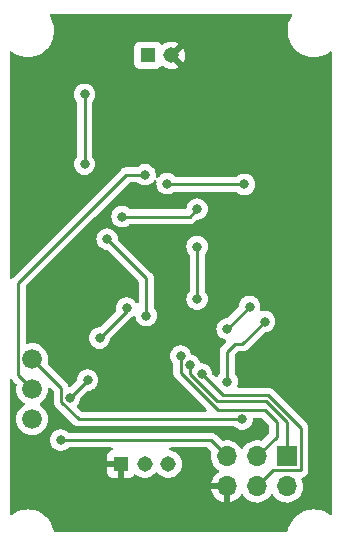
<source format=gbl>
G04 #@! TF.GenerationSoftware,KiCad,Pcbnew,(6.0.2)*
G04 #@! TF.CreationDate,2022-09-22T18:34:12-04:00*
G04 #@! TF.ProjectId,Control Board,436f6e74-726f-46c2-9042-6f6172642e6b,rev?*
G04 #@! TF.SameCoordinates,Original*
G04 #@! TF.FileFunction,Copper,L2,Bot*
G04 #@! TF.FilePolarity,Positive*
%FSLAX46Y46*%
G04 Gerber Fmt 4.6, Leading zero omitted, Abs format (unit mm)*
G04 Created by KiCad (PCBNEW (6.0.2)) date 2022-09-22 18:34:12*
%MOMM*%
%LPD*%
G01*
G04 APERTURE LIST*
G04 #@! TA.AperFunction,ComponentPad*
%ADD10C,1.308000*%
G04 #@! TD*
G04 #@! TA.AperFunction,ComponentPad*
%ADD11R,1.308000X1.308000*%
G04 #@! TD*
G04 #@! TA.AperFunction,ComponentPad*
%ADD12R,1.700000X1.700000*%
G04 #@! TD*
G04 #@! TA.AperFunction,ComponentPad*
%ADD13O,1.700000X1.700000*%
G04 #@! TD*
G04 #@! TA.AperFunction,ComponentPad*
%ADD14C,1.676400*%
G04 #@! TD*
G04 #@! TA.AperFunction,ViaPad*
%ADD15C,0.800000*%
G04 #@! TD*
G04 #@! TA.AperFunction,Conductor*
%ADD16C,0.250000*%
G04 #@! TD*
G04 APERTURE END LIST*
D10*
X134350000Y-84782500D03*
D11*
X132350000Y-84782500D03*
D12*
X144130000Y-118740000D03*
D13*
X144130000Y-121280000D03*
X141590000Y-118740000D03*
X141590000Y-121280000D03*
X139050000Y-118740000D03*
X139050000Y-121280000D03*
D14*
X122555000Y-110490000D03*
X122555000Y-113030000D03*
X122555000Y-115570000D03*
D11*
X130080000Y-119380000D03*
D10*
X132080000Y-119380000D03*
X134080000Y-119380000D03*
D15*
X130175000Y-81915000D03*
X133350000Y-81915000D03*
X136525000Y-100965000D03*
X136525000Y-105410000D03*
X140970000Y-106045000D03*
X139065000Y-107950000D03*
X142240000Y-107315000D03*
X132216520Y-106807906D03*
X128905000Y-100330000D03*
X136525480Y-97789520D03*
X130175000Y-98425000D03*
X127000000Y-93980000D03*
X132106514Y-94879986D03*
X122555000Y-88265000D03*
X133350000Y-113030000D03*
X123952000Y-90678000D03*
X132080000Y-114300000D03*
X130810000Y-113030000D03*
X132080000Y-111760000D03*
X140335000Y-103505000D03*
X140335000Y-100965000D03*
X142875000Y-102235000D03*
X140518750Y-95701250D03*
X139065000Y-112395000D03*
X133988465Y-95631000D03*
X127000000Y-88077978D03*
X135890000Y-110998000D03*
X140335000Y-115570000D03*
X135128000Y-110236000D03*
X136906000Y-111760000D03*
X124968000Y-117348000D03*
X127254000Y-112268000D03*
X125730000Y-113792000D03*
X130556000Y-106172000D03*
X128270000Y-108712000D03*
D16*
X145304511Y-116348511D02*
X145304511Y-119914511D01*
X145304511Y-119914511D02*
X142955489Y-119914511D01*
X142494000Y-113538000D02*
X145304511Y-116348511D01*
X142955489Y-119914511D02*
X141590000Y-121280000D01*
X136906000Y-111760000D02*
X138684000Y-113538000D01*
X138684000Y-113538000D02*
X142494000Y-113538000D01*
X121392289Y-111867289D02*
X122555000Y-113030000D01*
X132106514Y-94879986D02*
X130545014Y-94879986D01*
X130545014Y-94879986D02*
X121392289Y-104032711D01*
X121392289Y-104032711D02*
X121392289Y-111867289D01*
X126483386Y-115570000D02*
X140335000Y-115570000D01*
X125005489Y-114092103D02*
X126483386Y-115570000D01*
X125005489Y-112940489D02*
X125005489Y-114092103D01*
X122555000Y-110490000D02*
X125005489Y-112940489D01*
X136525000Y-105410000D02*
X136525000Y-100965000D01*
X139065000Y-107950000D02*
X140970000Y-106045000D01*
X142240000Y-107315000D02*
X140335000Y-109220000D01*
X140335000Y-109220000D02*
X139700000Y-109220000D01*
X128905000Y-100330000D02*
X132216520Y-103641520D01*
X132216520Y-103641520D02*
X132216520Y-106807906D01*
X135890000Y-98425000D02*
X136525480Y-97789520D01*
X130175000Y-98425000D02*
X135890000Y-98425000D01*
X133988465Y-95631000D02*
X134058715Y-95701250D01*
X134058715Y-95701250D02*
X140518750Y-95701250D01*
X139065000Y-109855000D02*
X139065000Y-112395000D01*
X139700000Y-109220000D02*
X139065000Y-109855000D01*
X127000000Y-88077978D02*
X127000000Y-93980000D01*
X144130000Y-115809718D02*
X144130000Y-118740000D01*
X135890000Y-110998000D02*
X135890000Y-111768614D01*
X135890000Y-111768614D02*
X138167386Y-114046000D01*
X138167386Y-114046000D02*
X142366282Y-114046000D01*
X142366282Y-114046000D02*
X144130000Y-115809718D01*
X135128000Y-110236000D02*
X135128000Y-111642332D01*
X138331157Y-114845489D02*
X142277489Y-114845489D01*
X143256000Y-115824000D02*
X143256000Y-117074000D01*
X135128000Y-111642332D02*
X138331157Y-114845489D01*
X142277489Y-114845489D02*
X143256000Y-115824000D01*
X143256000Y-117074000D02*
X141590000Y-118740000D01*
X127254000Y-112268000D02*
X125730000Y-113792000D01*
X124968000Y-117348000D02*
X137658000Y-117348000D01*
X137658000Y-117348000D02*
X139050000Y-118740000D01*
X130556000Y-106426000D02*
X130556000Y-106172000D01*
X128270000Y-108712000D02*
X130556000Y-106426000D01*
G04 #@! TA.AperFunction,Conductor*
G36*
X144530348Y-81300002D02*
G01*
X144576841Y-81353658D01*
X144586945Y-81423932D01*
X144566992Y-81476001D01*
X144481713Y-81603631D01*
X144479889Y-81607330D01*
X144479886Y-81607335D01*
X144355519Y-81859527D01*
X144353697Y-81863222D01*
X144352374Y-81867120D01*
X144352373Y-81867122D01*
X144337005Y-81912396D01*
X144260659Y-82137301D01*
X144259855Y-82141345D01*
X144259853Y-82141351D01*
X144231712Y-82282825D01*
X144204192Y-82421180D01*
X144187307Y-82678797D01*
X144185262Y-82710000D01*
X144204192Y-82998820D01*
X144204996Y-83002860D01*
X144204996Y-83002863D01*
X144243181Y-83194830D01*
X144260659Y-83282699D01*
X144261985Y-83286605D01*
X144261986Y-83286609D01*
X144295439Y-83385156D01*
X144353697Y-83556778D01*
X144355518Y-83560471D01*
X144355519Y-83560473D01*
X144470397Y-83793422D01*
X144481713Y-83816369D01*
X144642517Y-84057030D01*
X144645231Y-84060124D01*
X144645235Y-84060130D01*
X144830649Y-84271553D01*
X144833358Y-84274642D01*
X144836447Y-84277351D01*
X145047870Y-84462765D01*
X145047876Y-84462769D01*
X145050970Y-84465483D01*
X145291631Y-84626287D01*
X145295330Y-84628111D01*
X145295335Y-84628114D01*
X145547527Y-84752481D01*
X145551222Y-84754303D01*
X145555120Y-84755626D01*
X145555122Y-84755627D01*
X145821391Y-84846014D01*
X145821395Y-84846015D01*
X145825301Y-84847341D01*
X145829345Y-84848145D01*
X145829351Y-84848147D01*
X146105137Y-84903004D01*
X146105140Y-84903004D01*
X146109180Y-84903808D01*
X146113291Y-84904077D01*
X146113295Y-84904078D01*
X146393881Y-84922468D01*
X146398000Y-84922738D01*
X146402119Y-84922468D01*
X146682705Y-84904078D01*
X146682709Y-84904077D01*
X146686820Y-84903808D01*
X146690860Y-84903004D01*
X146690863Y-84903004D01*
X146966649Y-84848147D01*
X146966655Y-84848145D01*
X146970699Y-84847341D01*
X146974605Y-84846015D01*
X146974609Y-84846014D01*
X147240878Y-84755627D01*
X147240880Y-84755626D01*
X147244778Y-84754303D01*
X147248473Y-84752481D01*
X147500665Y-84628114D01*
X147500670Y-84628111D01*
X147504369Y-84626287D01*
X147745030Y-84465483D01*
X147748131Y-84462763D01*
X147751407Y-84460250D01*
X147752483Y-84461652D01*
X147810347Y-84434821D01*
X147880679Y-84444519D01*
X147934602Y-84490700D01*
X147955000Y-84559433D01*
X147955000Y-123593567D01*
X147934998Y-123661688D01*
X147881342Y-123708181D01*
X147811068Y-123718285D01*
X147752496Y-123691331D01*
X147751407Y-123692750D01*
X147748129Y-123690235D01*
X147745030Y-123687517D01*
X147504369Y-123526713D01*
X147500670Y-123524889D01*
X147500665Y-123524886D01*
X147248473Y-123400519D01*
X147248471Y-123400518D01*
X147244778Y-123398697D01*
X147240878Y-123397373D01*
X146974609Y-123306986D01*
X146974605Y-123306985D01*
X146970699Y-123305659D01*
X146966655Y-123304855D01*
X146966649Y-123304853D01*
X146690863Y-123249996D01*
X146690860Y-123249996D01*
X146686820Y-123249192D01*
X146682709Y-123248923D01*
X146682705Y-123248922D01*
X146402119Y-123230532D01*
X146398000Y-123230262D01*
X146393881Y-123230532D01*
X146113295Y-123248922D01*
X146113291Y-123248923D01*
X146109180Y-123249192D01*
X146105140Y-123249996D01*
X146105137Y-123249996D01*
X145829351Y-123304853D01*
X145829345Y-123304855D01*
X145825301Y-123305659D01*
X145821395Y-123306985D01*
X145821391Y-123306986D01*
X145555122Y-123397373D01*
X145551222Y-123398697D01*
X145547529Y-123400518D01*
X145547527Y-123400519D01*
X145295335Y-123524886D01*
X145295330Y-123524889D01*
X145291631Y-123526713D01*
X145050970Y-123687517D01*
X145047876Y-123690231D01*
X145047870Y-123690235D01*
X144836447Y-123875649D01*
X144833358Y-123878358D01*
X144830649Y-123881447D01*
X144645235Y-124092870D01*
X144645231Y-124092876D01*
X144642517Y-124095970D01*
X144481713Y-124336631D01*
X144479889Y-124340330D01*
X144479886Y-124340335D01*
X144355519Y-124592527D01*
X144353697Y-124596222D01*
X144352374Y-124600120D01*
X144352373Y-124600122D01*
X144337005Y-124645396D01*
X144260659Y-124870301D01*
X144259855Y-124874345D01*
X144259853Y-124874351D01*
X144236137Y-124993581D01*
X144203229Y-125056491D01*
X144141534Y-125091623D01*
X144112558Y-125095000D01*
X124492442Y-125095000D01*
X124424321Y-125074998D01*
X124377828Y-125021342D01*
X124368863Y-124993581D01*
X124345147Y-124874351D01*
X124345145Y-124874345D01*
X124344341Y-124870301D01*
X124267996Y-124645396D01*
X124252627Y-124600122D01*
X124252626Y-124600120D01*
X124251303Y-124596222D01*
X124249481Y-124592527D01*
X124125114Y-124340335D01*
X124125111Y-124340330D01*
X124123287Y-124336631D01*
X123962483Y-124095970D01*
X123959769Y-124092876D01*
X123959765Y-124092870D01*
X123774351Y-123881447D01*
X123771642Y-123878358D01*
X123768553Y-123875649D01*
X123557130Y-123690235D01*
X123557124Y-123690231D01*
X123554030Y-123687517D01*
X123313369Y-123526713D01*
X123309670Y-123524889D01*
X123309665Y-123524886D01*
X123057473Y-123400519D01*
X123057471Y-123400518D01*
X123053778Y-123398697D01*
X123049878Y-123397373D01*
X122783609Y-123306986D01*
X122783605Y-123306985D01*
X122779699Y-123305659D01*
X122775655Y-123304855D01*
X122775649Y-123304853D01*
X122499863Y-123249996D01*
X122499860Y-123249996D01*
X122495820Y-123249192D01*
X122491709Y-123248923D01*
X122491705Y-123248922D01*
X122211119Y-123230532D01*
X122207000Y-123230262D01*
X122202881Y-123230532D01*
X121922295Y-123248922D01*
X121922291Y-123248923D01*
X121918180Y-123249192D01*
X121914140Y-123249996D01*
X121914137Y-123249996D01*
X121638351Y-123304853D01*
X121638345Y-123304855D01*
X121634301Y-123305659D01*
X121630395Y-123306985D01*
X121630391Y-123306986D01*
X121364122Y-123397373D01*
X121360222Y-123398697D01*
X121356529Y-123400518D01*
X121356527Y-123400519D01*
X121104335Y-123524886D01*
X121104330Y-123524889D01*
X121100631Y-123526713D01*
X120859970Y-123687517D01*
X120856871Y-123690235D01*
X120853593Y-123692750D01*
X120852517Y-123691348D01*
X120794653Y-123718179D01*
X120724321Y-123708481D01*
X120670398Y-123662300D01*
X120650000Y-123593567D01*
X120650000Y-121547966D01*
X137718257Y-121547966D01*
X137748565Y-121682446D01*
X137751645Y-121692275D01*
X137831770Y-121889603D01*
X137836413Y-121898794D01*
X137947694Y-122080388D01*
X137953777Y-122088699D01*
X138093213Y-122249667D01*
X138100580Y-122256883D01*
X138264434Y-122392916D01*
X138272881Y-122398831D01*
X138456756Y-122506279D01*
X138466042Y-122510729D01*
X138665001Y-122586703D01*
X138674899Y-122589579D01*
X138778250Y-122610606D01*
X138792299Y-122609410D01*
X138796000Y-122599065D01*
X138796000Y-121552115D01*
X138791525Y-121536876D01*
X138790135Y-121535671D01*
X138782452Y-121534000D01*
X137733225Y-121534000D01*
X137719694Y-121537973D01*
X137718257Y-121547966D01*
X120650000Y-121547966D01*
X120650000Y-120078669D01*
X128918001Y-120078669D01*
X128918371Y-120085490D01*
X128923895Y-120136352D01*
X128927521Y-120151604D01*
X128972676Y-120272054D01*
X128981214Y-120287649D01*
X129057715Y-120389724D01*
X129070276Y-120402285D01*
X129172351Y-120478786D01*
X129187946Y-120487324D01*
X129308394Y-120532478D01*
X129323649Y-120536105D01*
X129374514Y-120541631D01*
X129381328Y-120542000D01*
X129807885Y-120542000D01*
X129823124Y-120537525D01*
X129824329Y-120536135D01*
X129826000Y-120528452D01*
X129826000Y-119652115D01*
X129821525Y-119636876D01*
X129820135Y-119635671D01*
X129812452Y-119634000D01*
X128936116Y-119634000D01*
X128920877Y-119638475D01*
X128919672Y-119639865D01*
X128918001Y-119647548D01*
X128918001Y-120078669D01*
X120650000Y-120078669D01*
X120650000Y-112317221D01*
X120670002Y-112249100D01*
X120723658Y-112202607D01*
X120793932Y-112192503D01*
X120858512Y-112221997D01*
X120878443Y-112245880D01*
X120878852Y-112245562D01*
X120883709Y-112251823D01*
X120887747Y-112258651D01*
X120902068Y-112272972D01*
X120914908Y-112288005D01*
X120926817Y-112304396D01*
X120960894Y-112332587D01*
X120969673Y-112340577D01*
X121214658Y-112585562D01*
X121248684Y-112647874D01*
X121247270Y-112707266D01*
X121223694Y-112795255D01*
X121223216Y-112800722D01*
X121223215Y-112800726D01*
X121208333Y-112970826D01*
X121203156Y-113030000D01*
X121223694Y-113264745D01*
X121284682Y-113492358D01*
X121384269Y-113705922D01*
X121519427Y-113898949D01*
X121686051Y-114065573D01*
X121780861Y-114131959D01*
X121873445Y-114196787D01*
X121917774Y-114252244D01*
X121925083Y-114322863D01*
X121893053Y-114386224D01*
X121873445Y-114403213D01*
X121827349Y-114435490D01*
X121686051Y-114534427D01*
X121519427Y-114701051D01*
X121384269Y-114894078D01*
X121381948Y-114899056D01*
X121381946Y-114899059D01*
X121373814Y-114916498D01*
X121284682Y-115107642D01*
X121223694Y-115335255D01*
X121203156Y-115570000D01*
X121223694Y-115804745D01*
X121225118Y-115810059D01*
X121225118Y-115810060D01*
X121265898Y-115962253D01*
X121284682Y-116032358D01*
X121287004Y-116037338D01*
X121287005Y-116037340D01*
X121372016Y-116219645D01*
X121384269Y-116245922D01*
X121519427Y-116438949D01*
X121686051Y-116605573D01*
X121879078Y-116740731D01*
X121884056Y-116743052D01*
X121884059Y-116743054D01*
X122087660Y-116837995D01*
X122092642Y-116840318D01*
X122097950Y-116841740D01*
X122097952Y-116841741D01*
X122314940Y-116899882D01*
X122320255Y-116901306D01*
X122555000Y-116921844D01*
X122789745Y-116901306D01*
X122795060Y-116899882D01*
X123012048Y-116841741D01*
X123012050Y-116841740D01*
X123017358Y-116840318D01*
X123022340Y-116837995D01*
X123225941Y-116743054D01*
X123225944Y-116743052D01*
X123230922Y-116740731D01*
X123423949Y-116605573D01*
X123590573Y-116438949D01*
X123725731Y-116245922D01*
X123737985Y-116219645D01*
X123822995Y-116037340D01*
X123822996Y-116037338D01*
X123825318Y-116032358D01*
X123844103Y-115962253D01*
X123884882Y-115810060D01*
X123884882Y-115810059D01*
X123886306Y-115804745D01*
X123906844Y-115570000D01*
X123886306Y-115335255D01*
X123825318Y-115107642D01*
X123736186Y-114916498D01*
X123728054Y-114899059D01*
X123728052Y-114899056D01*
X123725731Y-114894078D01*
X123590573Y-114701051D01*
X123423949Y-114534427D01*
X123282651Y-114435490D01*
X123236555Y-114403213D01*
X123192226Y-114347756D01*
X123184917Y-114277137D01*
X123216947Y-114213776D01*
X123236555Y-114196787D01*
X123329139Y-114131959D01*
X123423949Y-114065573D01*
X123590573Y-113898949D01*
X123725731Y-113705922D01*
X123825318Y-113492358D01*
X123886306Y-113264745D01*
X123886786Y-113259259D01*
X123886787Y-113259253D01*
X123906807Y-113030440D01*
X123932670Y-112964322D01*
X123990174Y-112922682D01*
X124061061Y-112918742D01*
X124121422Y-112952327D01*
X124335084Y-113165989D01*
X124369110Y-113228301D01*
X124371989Y-113255084D01*
X124371989Y-114013336D01*
X124371462Y-114024519D01*
X124369787Y-114032012D01*
X124370036Y-114039938D01*
X124370036Y-114039939D01*
X124371927Y-114100089D01*
X124371989Y-114104048D01*
X124371989Y-114131959D01*
X124372486Y-114135893D01*
X124372486Y-114135894D01*
X124372494Y-114135959D01*
X124373427Y-114147796D01*
X124374816Y-114191992D01*
X124380467Y-114211442D01*
X124384476Y-114230803D01*
X124387015Y-114250900D01*
X124389934Y-114258271D01*
X124389934Y-114258273D01*
X124403293Y-114292015D01*
X124407138Y-114303245D01*
X124412943Y-114323226D01*
X124419471Y-114345696D01*
X124423504Y-114352515D01*
X124423506Y-114352520D01*
X124429782Y-114363131D01*
X124438477Y-114380879D01*
X124445937Y-114399720D01*
X124450599Y-114406136D01*
X124450599Y-114406137D01*
X124471925Y-114435490D01*
X124478441Y-114445410D01*
X124493496Y-114470866D01*
X124500947Y-114483465D01*
X124515268Y-114497786D01*
X124528108Y-114512819D01*
X124540017Y-114529210D01*
X124574094Y-114557401D01*
X124582873Y-114565391D01*
X125979734Y-115962253D01*
X125987274Y-115970539D01*
X125991386Y-115977018D01*
X125997163Y-115982443D01*
X126041037Y-116023643D01*
X126043879Y-116026398D01*
X126063616Y-116046135D01*
X126066813Y-116048615D01*
X126075833Y-116056318D01*
X126108065Y-116086586D01*
X126115011Y-116090405D01*
X126115014Y-116090407D01*
X126125820Y-116096348D01*
X126142339Y-116107199D01*
X126158345Y-116119614D01*
X126165614Y-116122759D01*
X126165618Y-116122762D01*
X126198923Y-116137174D01*
X126209573Y-116142391D01*
X126248326Y-116163695D01*
X126256001Y-116165666D01*
X126256002Y-116165666D01*
X126267948Y-116168733D01*
X126286653Y-116175137D01*
X126305241Y-116183181D01*
X126313064Y-116184420D01*
X126313074Y-116184423D01*
X126348910Y-116190099D01*
X126360530Y-116192505D01*
X126395675Y-116201528D01*
X126403356Y-116203500D01*
X126423610Y-116203500D01*
X126443320Y-116205051D01*
X126463329Y-116208220D01*
X126471221Y-116207474D01*
X126507347Y-116204059D01*
X126519205Y-116203500D01*
X139626800Y-116203500D01*
X139694921Y-116223502D01*
X139714147Y-116239843D01*
X139714420Y-116239540D01*
X139719332Y-116243963D01*
X139723747Y-116248866D01*
X139878248Y-116361118D01*
X139884276Y-116363802D01*
X139884278Y-116363803D01*
X140042926Y-116434437D01*
X140052712Y-116438794D01*
X140146113Y-116458647D01*
X140233056Y-116477128D01*
X140233061Y-116477128D01*
X140239513Y-116478500D01*
X140430487Y-116478500D01*
X140436939Y-116477128D01*
X140436944Y-116477128D01*
X140523887Y-116458647D01*
X140617288Y-116438794D01*
X140627074Y-116434437D01*
X140785722Y-116363803D01*
X140785724Y-116363802D01*
X140791752Y-116361118D01*
X140946253Y-116248866D01*
X140982851Y-116208220D01*
X141069621Y-116111852D01*
X141069622Y-116111851D01*
X141074040Y-116106944D01*
X141157578Y-115962253D01*
X141166223Y-115947279D01*
X141166224Y-115947278D01*
X141169527Y-115941556D01*
X141228542Y-115759928D01*
X141246211Y-115591818D01*
X141273224Y-115526162D01*
X141331446Y-115485532D01*
X141371521Y-115478989D01*
X141962895Y-115478989D01*
X142031016Y-115498991D01*
X142051990Y-115515894D01*
X142585595Y-116049499D01*
X142619621Y-116111811D01*
X142622500Y-116138594D01*
X142622500Y-116759405D01*
X142602498Y-116827526D01*
X142585595Y-116848501D01*
X142047344Y-117386751D01*
X141985032Y-117420776D01*
X141936153Y-117421702D01*
X141723373Y-117383800D01*
X141723367Y-117383799D01*
X141718284Y-117382894D01*
X141644452Y-117381992D01*
X141500081Y-117380228D01*
X141500079Y-117380228D01*
X141494911Y-117380165D01*
X141274091Y-117413955D01*
X141061756Y-117483357D01*
X140863607Y-117586507D01*
X140859474Y-117589610D01*
X140859471Y-117589612D01*
X140689100Y-117717530D01*
X140684965Y-117720635D01*
X140530629Y-117882138D01*
X140423201Y-118039621D01*
X140368293Y-118084621D01*
X140297768Y-118092792D01*
X140234021Y-118061538D01*
X140213324Y-118037054D01*
X140132822Y-117912617D01*
X140132820Y-117912614D01*
X140130014Y-117908277D01*
X139979670Y-117743051D01*
X139975619Y-117739852D01*
X139975615Y-117739848D01*
X139808414Y-117607800D01*
X139808410Y-117607798D01*
X139804359Y-117604598D01*
X139608789Y-117496638D01*
X139603920Y-117494914D01*
X139603916Y-117494912D01*
X139403087Y-117423795D01*
X139403083Y-117423794D01*
X139398212Y-117422069D01*
X139393119Y-117421162D01*
X139393116Y-117421161D01*
X139183373Y-117383800D01*
X139183367Y-117383799D01*
X139178284Y-117382894D01*
X139104452Y-117381992D01*
X138960081Y-117380228D01*
X138960079Y-117380228D01*
X138954911Y-117380165D01*
X138734091Y-117413955D01*
X138721532Y-117418060D01*
X138650568Y-117420210D01*
X138593294Y-117387389D01*
X138161652Y-116955747D01*
X138154112Y-116947461D01*
X138150000Y-116940982D01*
X138100348Y-116894356D01*
X138097507Y-116891602D01*
X138077770Y-116871865D01*
X138074573Y-116869385D01*
X138065551Y-116861680D01*
X138039100Y-116836841D01*
X138033321Y-116831414D01*
X138026375Y-116827595D01*
X138026372Y-116827593D01*
X138015566Y-116821652D01*
X137999047Y-116810801D01*
X137993048Y-116806148D01*
X137983041Y-116798386D01*
X137975772Y-116795241D01*
X137975768Y-116795238D01*
X137942463Y-116780826D01*
X137931813Y-116775609D01*
X137893060Y-116754305D01*
X137873437Y-116749267D01*
X137854734Y-116742863D01*
X137843420Y-116737967D01*
X137843419Y-116737967D01*
X137836145Y-116734819D01*
X137828322Y-116733580D01*
X137828312Y-116733577D01*
X137792476Y-116727901D01*
X137780856Y-116725495D01*
X137745711Y-116716472D01*
X137745710Y-116716472D01*
X137738030Y-116714500D01*
X137717776Y-116714500D01*
X137698065Y-116712949D01*
X137685886Y-116711020D01*
X137678057Y-116709780D01*
X137670165Y-116710526D01*
X137634039Y-116713941D01*
X137622181Y-116714500D01*
X125676200Y-116714500D01*
X125608079Y-116694498D01*
X125588853Y-116678157D01*
X125588580Y-116678460D01*
X125583668Y-116674037D01*
X125579253Y-116669134D01*
X125424752Y-116556882D01*
X125418724Y-116554198D01*
X125418722Y-116554197D01*
X125256319Y-116481891D01*
X125256318Y-116481891D01*
X125250288Y-116479206D01*
X125156887Y-116459353D01*
X125069944Y-116440872D01*
X125069939Y-116440872D01*
X125063487Y-116439500D01*
X124872513Y-116439500D01*
X124866061Y-116440872D01*
X124866056Y-116440872D01*
X124779113Y-116459353D01*
X124685712Y-116479206D01*
X124679682Y-116481891D01*
X124679681Y-116481891D01*
X124517278Y-116554197D01*
X124517276Y-116554198D01*
X124511248Y-116556882D01*
X124356747Y-116669134D01*
X124352326Y-116674044D01*
X124352325Y-116674045D01*
X124243203Y-116795238D01*
X124228960Y-116811056D01*
X124133473Y-116976444D01*
X124074458Y-117158072D01*
X124054496Y-117348000D01*
X124055186Y-117354565D01*
X124068974Y-117485747D01*
X124074458Y-117537928D01*
X124133473Y-117719556D01*
X124136776Y-117725278D01*
X124136777Y-117725279D01*
X124147038Y-117743051D01*
X124228960Y-117884944D01*
X124233378Y-117889851D01*
X124233379Y-117889852D01*
X124249969Y-117908277D01*
X124356747Y-118026866D01*
X124511248Y-118139118D01*
X124517276Y-118141802D01*
X124517278Y-118141803D01*
X124625558Y-118190012D01*
X124685712Y-118216794D01*
X124755745Y-118231680D01*
X124866056Y-118255128D01*
X124866061Y-118255128D01*
X124872513Y-118256500D01*
X125063487Y-118256500D01*
X125069939Y-118255128D01*
X125069944Y-118255128D01*
X125180255Y-118231680D01*
X125250288Y-118216794D01*
X125310442Y-118190012D01*
X125418722Y-118141803D01*
X125418724Y-118141802D01*
X125424752Y-118139118D01*
X125499761Y-118084621D01*
X125565230Y-118037054D01*
X125579253Y-118026866D01*
X125583668Y-118021963D01*
X125588580Y-118017540D01*
X125589705Y-118018789D01*
X125643014Y-117985949D01*
X125676200Y-117981500D01*
X129269605Y-117981500D01*
X129337726Y-118001502D01*
X129384219Y-118055158D01*
X129394323Y-118125432D01*
X129364829Y-118190012D01*
X129313835Y-118225482D01*
X129187946Y-118272676D01*
X129172351Y-118281214D01*
X129070276Y-118357715D01*
X129057715Y-118370276D01*
X128981214Y-118472351D01*
X128972676Y-118487946D01*
X128927522Y-118608394D01*
X128923895Y-118623649D01*
X128918369Y-118674514D01*
X128918000Y-118681328D01*
X128918000Y-119107885D01*
X128922475Y-119123124D01*
X128923865Y-119124329D01*
X128931548Y-119126000D01*
X130208000Y-119126000D01*
X130276121Y-119146002D01*
X130322614Y-119199658D01*
X130334000Y-119252000D01*
X130334000Y-120523884D01*
X130338475Y-120539123D01*
X130339865Y-120540328D01*
X130347548Y-120541999D01*
X130778669Y-120541999D01*
X130785490Y-120541629D01*
X130836352Y-120536105D01*
X130851604Y-120532479D01*
X130972054Y-120487324D01*
X130987649Y-120478786D01*
X131089724Y-120402285D01*
X131102281Y-120389728D01*
X131163691Y-120307788D01*
X131220551Y-120265273D01*
X131291369Y-120260247D01*
X131342923Y-120285005D01*
X131345281Y-120287302D01*
X131350083Y-120290511D01*
X131350086Y-120290513D01*
X131431587Y-120344970D01*
X131522927Y-120406001D01*
X131528230Y-120408279D01*
X131528233Y-120408281D01*
X131698604Y-120481478D01*
X131719229Y-120490339D01*
X131804478Y-120509629D01*
X131921977Y-120536217D01*
X131921980Y-120536217D01*
X131927613Y-120537492D01*
X131933384Y-120537719D01*
X131933386Y-120537719D01*
X131998363Y-120540272D01*
X132141101Y-120545880D01*
X132250153Y-120530068D01*
X132346829Y-120516051D01*
X132346834Y-120516050D01*
X132352543Y-120515222D01*
X132358007Y-120513367D01*
X132358012Y-120513366D01*
X132549389Y-120448402D01*
X132554857Y-120446546D01*
X132741268Y-120342151D01*
X132905533Y-120205533D01*
X132981251Y-120114493D01*
X133040187Y-120074909D01*
X133111169Y-120073473D01*
X133171660Y-120110640D01*
X133181021Y-120122342D01*
X133186459Y-120130036D01*
X133192241Y-120138218D01*
X133345281Y-120287302D01*
X133350084Y-120290512D01*
X133350085Y-120290512D01*
X133410352Y-120330781D01*
X133522927Y-120406001D01*
X133528230Y-120408279D01*
X133528233Y-120408281D01*
X133698604Y-120481478D01*
X133719229Y-120490339D01*
X133804478Y-120509629D01*
X133921977Y-120536217D01*
X133921980Y-120536217D01*
X133927613Y-120537492D01*
X133933384Y-120537719D01*
X133933386Y-120537719D01*
X133998363Y-120540272D01*
X134141101Y-120545880D01*
X134250153Y-120530068D01*
X134346829Y-120516051D01*
X134346834Y-120516050D01*
X134352543Y-120515222D01*
X134358007Y-120513367D01*
X134358012Y-120513366D01*
X134549389Y-120448402D01*
X134554857Y-120446546D01*
X134741268Y-120342151D01*
X134905533Y-120205533D01*
X134998654Y-120093567D01*
X135038460Y-120045706D01*
X135042151Y-120041268D01*
X135146546Y-119854857D01*
X135175448Y-119769713D01*
X135213366Y-119658012D01*
X135213367Y-119658007D01*
X135215222Y-119652543D01*
X135217061Y-119639865D01*
X135234610Y-119518826D01*
X135245880Y-119441101D01*
X135247480Y-119380000D01*
X135233483Y-119227680D01*
X135228459Y-119172998D01*
X135228458Y-119172995D01*
X135227930Y-119167244D01*
X135169936Y-118961613D01*
X135156698Y-118934767D01*
X135077995Y-118775174D01*
X135075440Y-118769993D01*
X135056139Y-118744145D01*
X134951060Y-118603427D01*
X134951059Y-118603426D01*
X134947607Y-118598803D01*
X134943371Y-118594887D01*
X134794957Y-118457695D01*
X134794954Y-118457693D01*
X134790717Y-118453776D01*
X134610025Y-118339768D01*
X134411582Y-118260597D01*
X134405925Y-118259472D01*
X134405919Y-118259470D01*
X134263183Y-118231079D01*
X134200273Y-118198172D01*
X134165141Y-118136477D01*
X134168941Y-118065582D01*
X134210466Y-118007996D01*
X134276533Y-117982002D01*
X134287764Y-117981500D01*
X137343406Y-117981500D01*
X137411527Y-118001502D01*
X137432501Y-118018405D01*
X137699778Y-118285682D01*
X137733804Y-118347994D01*
X137732100Y-118408448D01*
X137710989Y-118484570D01*
X137687251Y-118706695D01*
X137687548Y-118711848D01*
X137687548Y-118711851D01*
X137691199Y-118775174D01*
X137700110Y-118929715D01*
X137701247Y-118934761D01*
X137701248Y-118934767D01*
X137708551Y-118967172D01*
X137749222Y-119147639D01*
X137833266Y-119354616D01*
X137883991Y-119437392D01*
X137947291Y-119540688D01*
X137949987Y-119545088D01*
X138096250Y-119713938D01*
X138268126Y-119856632D01*
X138273705Y-119859892D01*
X138341955Y-119899774D01*
X138390679Y-119951412D01*
X138403750Y-120021195D01*
X138377019Y-120086967D01*
X138336562Y-120120327D01*
X138328457Y-120124546D01*
X138319738Y-120130036D01*
X138149433Y-120257905D01*
X138141726Y-120264748D01*
X137994590Y-120418717D01*
X137988104Y-120426727D01*
X137868098Y-120602649D01*
X137863000Y-120611623D01*
X137773338Y-120804783D01*
X137769775Y-120814470D01*
X137714389Y-121014183D01*
X137715912Y-121022607D01*
X137728292Y-121026000D01*
X139178000Y-121026000D01*
X139246121Y-121046002D01*
X139292614Y-121099658D01*
X139304000Y-121152000D01*
X139304000Y-122598517D01*
X139308064Y-122612359D01*
X139321478Y-122614393D01*
X139328184Y-122613534D01*
X139338262Y-122611392D01*
X139542255Y-122550191D01*
X139551842Y-122546433D01*
X139743095Y-122452739D01*
X139751945Y-122447464D01*
X139925328Y-122323792D01*
X139933200Y-122317139D01*
X140084052Y-122166812D01*
X140090730Y-122158965D01*
X140218022Y-121981819D01*
X140219279Y-121982722D01*
X140266373Y-121939362D01*
X140336311Y-121927145D01*
X140401751Y-121954678D01*
X140429579Y-121986511D01*
X140489987Y-122085088D01*
X140636250Y-122253938D01*
X140808126Y-122396632D01*
X141001000Y-122509338D01*
X141209692Y-122589030D01*
X141214760Y-122590061D01*
X141214763Y-122590062D01*
X141309862Y-122609410D01*
X141428597Y-122633567D01*
X141433772Y-122633757D01*
X141433774Y-122633757D01*
X141646673Y-122641564D01*
X141646677Y-122641564D01*
X141651837Y-122641753D01*
X141656957Y-122641097D01*
X141656959Y-122641097D01*
X141868288Y-122614025D01*
X141868289Y-122614025D01*
X141873416Y-122613368D01*
X141878366Y-122611883D01*
X142082429Y-122550661D01*
X142082434Y-122550659D01*
X142087384Y-122549174D01*
X142287994Y-122450896D01*
X142469860Y-122321173D01*
X142628096Y-122163489D01*
X142758453Y-121982077D01*
X142759776Y-121983028D01*
X142806645Y-121939857D01*
X142876580Y-121927625D01*
X142942026Y-121955144D01*
X142969875Y-121986994D01*
X143029987Y-122085088D01*
X143176250Y-122253938D01*
X143348126Y-122396632D01*
X143541000Y-122509338D01*
X143749692Y-122589030D01*
X143754760Y-122590061D01*
X143754763Y-122590062D01*
X143849862Y-122609410D01*
X143968597Y-122633567D01*
X143973772Y-122633757D01*
X143973774Y-122633757D01*
X144186673Y-122641564D01*
X144186677Y-122641564D01*
X144191837Y-122641753D01*
X144196957Y-122641097D01*
X144196959Y-122641097D01*
X144408288Y-122614025D01*
X144408289Y-122614025D01*
X144413416Y-122613368D01*
X144418366Y-122611883D01*
X144622429Y-122550661D01*
X144622434Y-122550659D01*
X144627384Y-122549174D01*
X144827994Y-122450896D01*
X145009860Y-122321173D01*
X145168096Y-122163489D01*
X145298453Y-121982077D01*
X145311995Y-121954678D01*
X145395136Y-121786453D01*
X145395137Y-121786451D01*
X145397430Y-121781811D01*
X145462370Y-121568069D01*
X145491529Y-121346590D01*
X145493156Y-121280000D01*
X145474852Y-121057361D01*
X145420431Y-120840702D01*
X145362869Y-120708319D01*
X145354049Y-120637873D01*
X145384716Y-120573841D01*
X145445133Y-120536553D01*
X145447787Y-120536025D01*
X145447768Y-120535950D01*
X145455448Y-120533978D01*
X145463308Y-120532985D01*
X145470673Y-120530069D01*
X145470677Y-120530068D01*
X145515522Y-120512312D01*
X145522941Y-120509640D01*
X145576386Y-120492275D01*
X145583083Y-120488025D01*
X145583342Y-120487861D01*
X145604469Y-120477096D01*
X145604757Y-120476982D01*
X145604762Y-120476979D01*
X145612128Y-120474063D01*
X145618536Y-120469407D01*
X145618542Y-120469404D01*
X145657563Y-120441053D01*
X145664100Y-120436610D01*
X145711529Y-120406511D01*
X145717170Y-120400504D01*
X145734957Y-120384823D01*
X145735202Y-120384645D01*
X145735204Y-120384643D01*
X145741618Y-120379983D01*
X145746673Y-120373873D01*
X145777414Y-120336715D01*
X145782645Y-120330781D01*
X145815669Y-120295613D01*
X145815671Y-120295610D01*
X145821097Y-120289832D01*
X145825069Y-120282608D01*
X145838392Y-120263005D01*
X145838591Y-120262765D01*
X145838595Y-120262758D01*
X145843644Y-120256655D01*
X145867558Y-120205835D01*
X145871140Y-120198803D01*
X145898206Y-120149571D01*
X145900176Y-120141896D01*
X145900179Y-120141890D01*
X145900255Y-120141592D01*
X145908287Y-120119283D01*
X145908417Y-120119008D01*
X145908420Y-120119000D01*
X145911794Y-120111829D01*
X145922317Y-120056662D01*
X145924043Y-120048940D01*
X145924874Y-120045706D01*
X145938011Y-119994541D01*
X145938011Y-119986304D01*
X145940243Y-119962695D01*
X145940301Y-119962392D01*
X145940301Y-119962388D01*
X145941786Y-119954605D01*
X145938260Y-119898560D01*
X145938011Y-119890649D01*
X145938011Y-116427279D01*
X145938538Y-116416096D01*
X145940213Y-116408603D01*
X145938073Y-116340512D01*
X145938011Y-116336555D01*
X145938011Y-116308655D01*
X145937507Y-116304664D01*
X145936574Y-116292822D01*
X145935434Y-116256547D01*
X145935185Y-116248622D01*
X145932973Y-116241008D01*
X145932972Y-116241003D01*
X145929534Y-116229170D01*
X145925523Y-116209806D01*
X145925229Y-116207474D01*
X145922985Y-116189714D01*
X145920068Y-116182347D01*
X145920067Y-116182342D01*
X145906709Y-116148603D01*
X145902865Y-116137376D01*
X145892741Y-116102533D01*
X145890529Y-116094918D01*
X145880218Y-116077483D01*
X145871523Y-116059735D01*
X145864063Y-116040894D01*
X145854004Y-116027048D01*
X145838075Y-116005124D01*
X145831559Y-115995204D01*
X145813091Y-115963976D01*
X145813089Y-115963973D01*
X145809053Y-115957149D01*
X145794732Y-115942828D01*
X145781891Y-115927794D01*
X145774642Y-115917817D01*
X145769983Y-115911404D01*
X145735906Y-115883213D01*
X145727127Y-115875223D01*
X142997652Y-113145747D01*
X142990112Y-113137461D01*
X142986000Y-113130982D01*
X142936348Y-113084356D01*
X142933507Y-113081602D01*
X142913770Y-113061865D01*
X142910573Y-113059385D01*
X142901551Y-113051680D01*
X142869321Y-113021414D01*
X142862375Y-113017595D01*
X142862372Y-113017593D01*
X142851566Y-113011652D01*
X142835047Y-113000801D01*
X142834583Y-113000441D01*
X142819041Y-112988386D01*
X142811772Y-112985241D01*
X142811768Y-112985238D01*
X142778463Y-112970826D01*
X142767813Y-112965609D01*
X142729060Y-112944305D01*
X142719908Y-112941955D01*
X142709438Y-112939267D01*
X142690734Y-112932863D01*
X142679420Y-112927967D01*
X142679419Y-112927967D01*
X142672145Y-112924819D01*
X142664322Y-112923580D01*
X142664312Y-112923577D01*
X142628476Y-112917901D01*
X142616856Y-112915495D01*
X142581711Y-112906472D01*
X142581710Y-112906472D01*
X142574030Y-112904500D01*
X142553776Y-112904500D01*
X142534065Y-112902949D01*
X142521886Y-112901020D01*
X142514057Y-112899780D01*
X142506165Y-112900526D01*
X142470039Y-112903941D01*
X142458181Y-112904500D01*
X140028130Y-112904500D01*
X139960009Y-112884498D01*
X139913516Y-112830842D01*
X139903412Y-112760568D01*
X139908295Y-112739570D01*
X139958542Y-112584928D01*
X139970916Y-112467201D01*
X139977814Y-112401565D01*
X139978504Y-112395000D01*
X139965846Y-112274565D01*
X139959232Y-112211635D01*
X139959232Y-112211633D01*
X139958542Y-112205072D01*
X139899527Y-112023444D01*
X139804040Y-111858056D01*
X139730863Y-111776785D01*
X139700147Y-111712779D01*
X139698500Y-111692476D01*
X139698500Y-110169594D01*
X139718502Y-110101473D01*
X139735405Y-110080499D01*
X139925499Y-109890405D01*
X139987811Y-109856379D01*
X140014594Y-109853500D01*
X140256233Y-109853500D01*
X140267416Y-109854027D01*
X140274909Y-109855702D01*
X140282835Y-109855453D01*
X140282836Y-109855453D01*
X140342986Y-109853562D01*
X140346945Y-109853500D01*
X140374856Y-109853500D01*
X140378791Y-109853003D01*
X140378856Y-109852995D01*
X140390693Y-109852062D01*
X140422951Y-109851048D01*
X140426970Y-109850922D01*
X140434889Y-109850673D01*
X140454343Y-109845021D01*
X140473700Y-109841013D01*
X140485930Y-109839468D01*
X140485931Y-109839468D01*
X140493797Y-109838474D01*
X140501168Y-109835555D01*
X140501170Y-109835555D01*
X140534912Y-109822196D01*
X140546142Y-109818351D01*
X140580983Y-109808229D01*
X140580984Y-109808229D01*
X140588593Y-109806018D01*
X140595412Y-109801985D01*
X140595417Y-109801983D01*
X140606028Y-109795707D01*
X140623776Y-109787012D01*
X140642617Y-109779552D01*
X140678387Y-109753564D01*
X140688307Y-109747048D01*
X140719535Y-109728580D01*
X140719538Y-109728578D01*
X140726362Y-109724542D01*
X140740683Y-109710221D01*
X140755717Y-109697380D01*
X140772107Y-109685472D01*
X140800298Y-109651395D01*
X140808288Y-109642616D01*
X142190500Y-108260405D01*
X142252812Y-108226379D01*
X142279595Y-108223500D01*
X142335487Y-108223500D01*
X142341939Y-108222128D01*
X142341944Y-108222128D01*
X142428888Y-108203647D01*
X142522288Y-108183794D01*
X142552938Y-108170148D01*
X142690722Y-108108803D01*
X142690724Y-108108802D01*
X142696752Y-108106118D01*
X142851253Y-107993866D01*
X142979040Y-107851944D01*
X143074527Y-107686556D01*
X143133542Y-107504928D01*
X143135967Y-107481861D01*
X143152814Y-107321565D01*
X143153504Y-107315000D01*
X143138598Y-107173177D01*
X143134232Y-107131635D01*
X143134232Y-107131633D01*
X143133542Y-107125072D01*
X143074527Y-106943444D01*
X142979040Y-106778056D01*
X142851253Y-106636134D01*
X142696752Y-106523882D01*
X142690724Y-106521198D01*
X142690722Y-106521197D01*
X142528319Y-106448891D01*
X142528318Y-106448891D01*
X142522288Y-106446206D01*
X142428887Y-106426353D01*
X142341944Y-106407872D01*
X142341939Y-106407872D01*
X142335487Y-106406500D01*
X142144513Y-106406500D01*
X142138061Y-106407872D01*
X142138056Y-106407872D01*
X141996284Y-106438007D01*
X141925493Y-106432605D01*
X141868861Y-106389788D01*
X141844367Y-106323150D01*
X141850254Y-106275824D01*
X141861502Y-106241206D01*
X141863542Y-106234928D01*
X141866814Y-106203803D01*
X141882814Y-106051565D01*
X141883504Y-106045000D01*
X141863542Y-105855072D01*
X141804527Y-105673444D01*
X141709040Y-105508056D01*
X141581253Y-105366134D01*
X141482157Y-105294136D01*
X141432094Y-105257763D01*
X141432093Y-105257762D01*
X141426752Y-105253882D01*
X141420724Y-105251198D01*
X141420722Y-105251197D01*
X141258319Y-105178891D01*
X141258318Y-105178891D01*
X141252288Y-105176206D01*
X141158887Y-105156353D01*
X141071944Y-105137872D01*
X141071939Y-105137872D01*
X141065487Y-105136500D01*
X140874513Y-105136500D01*
X140868061Y-105137872D01*
X140868056Y-105137872D01*
X140781113Y-105156353D01*
X140687712Y-105176206D01*
X140681682Y-105178891D01*
X140681681Y-105178891D01*
X140519278Y-105251197D01*
X140519276Y-105251198D01*
X140513248Y-105253882D01*
X140507907Y-105257762D01*
X140507906Y-105257763D01*
X140457843Y-105294136D01*
X140358747Y-105366134D01*
X140230960Y-105508056D01*
X140135473Y-105673444D01*
X140076458Y-105855072D01*
X140075768Y-105861633D01*
X140075768Y-105861635D01*
X140059093Y-106020293D01*
X140032080Y-106085950D01*
X140022887Y-106096209D01*
X139114498Y-107004597D01*
X139052188Y-107038621D01*
X139025405Y-107041500D01*
X138969513Y-107041500D01*
X138963061Y-107042872D01*
X138963056Y-107042872D01*
X138890692Y-107058254D01*
X138782712Y-107081206D01*
X138776682Y-107083891D01*
X138776681Y-107083891D01*
X138614278Y-107156197D01*
X138614276Y-107156198D01*
X138608248Y-107158882D01*
X138602907Y-107162762D01*
X138602906Y-107162763D01*
X138579922Y-107179462D01*
X138453747Y-107271134D01*
X138325960Y-107413056D01*
X138230473Y-107578444D01*
X138171458Y-107760072D01*
X138170768Y-107766633D01*
X138170768Y-107766635D01*
X138162720Y-107843206D01*
X138151496Y-107950000D01*
X138152186Y-107956565D01*
X138168187Y-108108803D01*
X138171458Y-108139928D01*
X138230473Y-108321556D01*
X138325960Y-108486944D01*
X138330378Y-108491851D01*
X138330379Y-108491852D01*
X138449325Y-108623955D01*
X138453747Y-108628866D01*
X138511808Y-108671050D01*
X138577207Y-108718565D01*
X138608248Y-108741118D01*
X138614276Y-108743802D01*
X138614278Y-108743803D01*
X138776681Y-108816109D01*
X138782712Y-108818794D01*
X138871260Y-108837616D01*
X138904231Y-108844624D01*
X138966705Y-108878353D01*
X139001026Y-108940502D01*
X138996298Y-109011341D01*
X138967130Y-109056966D01*
X138805836Y-109218259D01*
X138672742Y-109351353D01*
X138664463Y-109358887D01*
X138657982Y-109363000D01*
X138628168Y-109394749D01*
X138611357Y-109412651D01*
X138608602Y-109415493D01*
X138588865Y-109435230D01*
X138586385Y-109438427D01*
X138578682Y-109447447D01*
X138548414Y-109479679D01*
X138544595Y-109486625D01*
X138544593Y-109486628D01*
X138538652Y-109497434D01*
X138527801Y-109513953D01*
X138515386Y-109529959D01*
X138512241Y-109537228D01*
X138512238Y-109537232D01*
X138497826Y-109570537D01*
X138492609Y-109581187D01*
X138471305Y-109619940D01*
X138469334Y-109627615D01*
X138469334Y-109627616D01*
X138466267Y-109639562D01*
X138459863Y-109658266D01*
X138451819Y-109676855D01*
X138450580Y-109684678D01*
X138450577Y-109684688D01*
X138444901Y-109720524D01*
X138442495Y-109732144D01*
X138431500Y-109774970D01*
X138431500Y-109795224D01*
X138429949Y-109814934D01*
X138426780Y-109834943D01*
X138427526Y-109842835D01*
X138430941Y-109878961D01*
X138431500Y-109890819D01*
X138431500Y-111692476D01*
X138411498Y-111760597D01*
X138399142Y-111776779D01*
X138325960Y-111858056D01*
X138322661Y-111863769D01*
X138322658Y-111863774D01*
X138252136Y-111985922D01*
X138200753Y-112034915D01*
X138131040Y-112048351D01*
X138065129Y-112021964D01*
X138053921Y-112012017D01*
X137998271Y-111956366D01*
X137853121Y-111811216D01*
X137819096Y-111748904D01*
X137816907Y-111735291D01*
X137800232Y-111576635D01*
X137800232Y-111576633D01*
X137799542Y-111570072D01*
X137740527Y-111388444D01*
X137645040Y-111223056D01*
X137517253Y-111081134D01*
X137362752Y-110968882D01*
X137356724Y-110966198D01*
X137356722Y-110966197D01*
X137194319Y-110893891D01*
X137194318Y-110893891D01*
X137188288Y-110891206D01*
X137094887Y-110871353D01*
X137007944Y-110852872D01*
X137007939Y-110852872D01*
X137001487Y-110851500D01*
X136889197Y-110851500D01*
X136821076Y-110831498D01*
X136774583Y-110777842D01*
X136769364Y-110764437D01*
X136726568Y-110632726D01*
X136724527Y-110626444D01*
X136629040Y-110461056D01*
X136603064Y-110432206D01*
X136505675Y-110324045D01*
X136505674Y-110324044D01*
X136501253Y-110319134D01*
X136386829Y-110236000D01*
X136352094Y-110210763D01*
X136352093Y-110210762D01*
X136346752Y-110206882D01*
X136340724Y-110204198D01*
X136340722Y-110204197D01*
X136178319Y-110131891D01*
X136178318Y-110131891D01*
X136172288Y-110129206D01*
X136110529Y-110116079D01*
X136048057Y-110082351D01*
X136016894Y-110031768D01*
X136015554Y-110027642D01*
X135962527Y-109864444D01*
X135956209Y-109853500D01*
X135881754Y-109724542D01*
X135867040Y-109699056D01*
X135813472Y-109639562D01*
X135743675Y-109562045D01*
X135743674Y-109562044D01*
X135739253Y-109557134D01*
X135624692Y-109473900D01*
X135590094Y-109448763D01*
X135590093Y-109448762D01*
X135584752Y-109444882D01*
X135578724Y-109442198D01*
X135578722Y-109442197D01*
X135416319Y-109369891D01*
X135416318Y-109369891D01*
X135410288Y-109367206D01*
X135316888Y-109347353D01*
X135229944Y-109328872D01*
X135229939Y-109328872D01*
X135223487Y-109327500D01*
X135032513Y-109327500D01*
X135026061Y-109328872D01*
X135026056Y-109328872D01*
X134939113Y-109347353D01*
X134845712Y-109367206D01*
X134839682Y-109369891D01*
X134839681Y-109369891D01*
X134677278Y-109442197D01*
X134677276Y-109442198D01*
X134671248Y-109444882D01*
X134665907Y-109448762D01*
X134665906Y-109448763D01*
X134631308Y-109473900D01*
X134516747Y-109557134D01*
X134512326Y-109562044D01*
X134512325Y-109562045D01*
X134442529Y-109639562D01*
X134388960Y-109699056D01*
X134374246Y-109724542D01*
X134299792Y-109853500D01*
X134293473Y-109864444D01*
X134234458Y-110046072D01*
X134233768Y-110052633D01*
X134233768Y-110052635D01*
X134225720Y-110129206D01*
X134214496Y-110236000D01*
X134215186Y-110242565D01*
X134222826Y-110315251D01*
X134234458Y-110425928D01*
X134293473Y-110607556D01*
X134388960Y-110772944D01*
X134462137Y-110854215D01*
X134492853Y-110918221D01*
X134494500Y-110938524D01*
X134494500Y-111563565D01*
X134493973Y-111574748D01*
X134492298Y-111582241D01*
X134492547Y-111590167D01*
X134492547Y-111590168D01*
X134494438Y-111650318D01*
X134494500Y-111654277D01*
X134494500Y-111682188D01*
X134494997Y-111686122D01*
X134494997Y-111686123D01*
X134495005Y-111686188D01*
X134495938Y-111698025D01*
X134497327Y-111742221D01*
X134502666Y-111760597D01*
X134502978Y-111761671D01*
X134506987Y-111781032D01*
X134509526Y-111801129D01*
X134512445Y-111808500D01*
X134512445Y-111808502D01*
X134525804Y-111842244D01*
X134529649Y-111853474D01*
X134536556Y-111877247D01*
X134541982Y-111895925D01*
X134546015Y-111902744D01*
X134546017Y-111902749D01*
X134552293Y-111913360D01*
X134560988Y-111931108D01*
X134568448Y-111949949D01*
X134573110Y-111956365D01*
X134573110Y-111956366D01*
X134594436Y-111985719D01*
X134600952Y-111995639D01*
X134618959Y-112026086D01*
X134623458Y-112033694D01*
X134637779Y-112048015D01*
X134650619Y-112063048D01*
X134662528Y-112079439D01*
X134668634Y-112084490D01*
X134696605Y-112107630D01*
X134705384Y-112115620D01*
X137311168Y-114721405D01*
X137345194Y-114783717D01*
X137340129Y-114854533D01*
X137297582Y-114911368D01*
X137231062Y-114936179D01*
X137222073Y-114936500D01*
X126797980Y-114936500D01*
X126729859Y-114916498D01*
X126708885Y-114899595D01*
X126396854Y-114587564D01*
X126362828Y-114525252D01*
X126367893Y-114454437D01*
X126392312Y-114414159D01*
X126405719Y-114399269D01*
X126469040Y-114328944D01*
X126545341Y-114196787D01*
X126561223Y-114169279D01*
X126561224Y-114169278D01*
X126564527Y-114163556D01*
X126623542Y-113981928D01*
X126640907Y-113816706D01*
X126667920Y-113751050D01*
X126677122Y-113740782D01*
X127204499Y-113213405D01*
X127266811Y-113179379D01*
X127293594Y-113176500D01*
X127349487Y-113176500D01*
X127355939Y-113175128D01*
X127355944Y-113175128D01*
X127442888Y-113156647D01*
X127536288Y-113136794D01*
X127561527Y-113125557D01*
X127704722Y-113061803D01*
X127704724Y-113061802D01*
X127710752Y-113059118D01*
X127720990Y-113051680D01*
X127776083Y-113011652D01*
X127865253Y-112946866D01*
X127885104Y-112924819D01*
X127988621Y-112809852D01*
X127988622Y-112809851D01*
X127993040Y-112804944D01*
X128076189Y-112660926D01*
X128085223Y-112645279D01*
X128085224Y-112645278D01*
X128088527Y-112639556D01*
X128147542Y-112457928D01*
X128167504Y-112268000D01*
X128157720Y-112174906D01*
X128148232Y-112084635D01*
X128148232Y-112084633D01*
X128147542Y-112078072D01*
X128088527Y-111896444D01*
X127993040Y-111731056D01*
X127976584Y-111712779D01*
X127869675Y-111594045D01*
X127869674Y-111594044D01*
X127865253Y-111589134D01*
X127710752Y-111476882D01*
X127704724Y-111474198D01*
X127704722Y-111474197D01*
X127542319Y-111401891D01*
X127542318Y-111401891D01*
X127536288Y-111399206D01*
X127442887Y-111379353D01*
X127355944Y-111360872D01*
X127355939Y-111360872D01*
X127349487Y-111359500D01*
X127158513Y-111359500D01*
X127152061Y-111360872D01*
X127152056Y-111360872D01*
X127065113Y-111379353D01*
X126971712Y-111399206D01*
X126965682Y-111401891D01*
X126965681Y-111401891D01*
X126803278Y-111474197D01*
X126803276Y-111474198D01*
X126797248Y-111476882D01*
X126642747Y-111589134D01*
X126638326Y-111594044D01*
X126638325Y-111594045D01*
X126531417Y-111712779D01*
X126514960Y-111731056D01*
X126419473Y-111896444D01*
X126360458Y-112078072D01*
X126359768Y-112084633D01*
X126359768Y-112084635D01*
X126343093Y-112243292D01*
X126316080Y-112308949D01*
X126306878Y-112319217D01*
X125822121Y-112803974D01*
X125759809Y-112838000D01*
X125688994Y-112832935D01*
X125632158Y-112790388D01*
X125615873Y-112761259D01*
X125615600Y-112760568D01*
X125607686Y-112740579D01*
X125603843Y-112729354D01*
X125593719Y-112694511D01*
X125591507Y-112686896D01*
X125581196Y-112669461D01*
X125572501Y-112651713D01*
X125565041Y-112632872D01*
X125539053Y-112597102D01*
X125532537Y-112587182D01*
X125514069Y-112555954D01*
X125514067Y-112555951D01*
X125510031Y-112549127D01*
X125495710Y-112534806D01*
X125482869Y-112519772D01*
X125475620Y-112509795D01*
X125470961Y-112503382D01*
X125436884Y-112475191D01*
X125428105Y-112467201D01*
X123895343Y-110934438D01*
X123861317Y-110872126D01*
X123862731Y-110812733D01*
X123884881Y-110730063D01*
X123886306Y-110724745D01*
X123906844Y-110490000D01*
X123886306Y-110255255D01*
X123872625Y-110204197D01*
X123826741Y-110032952D01*
X123826740Y-110032950D01*
X123825318Y-110027642D01*
X123761323Y-109890405D01*
X123728054Y-109819059D01*
X123728052Y-109819056D01*
X123725731Y-109814078D01*
X123590573Y-109621051D01*
X123423949Y-109454427D01*
X123230922Y-109319269D01*
X123225944Y-109316948D01*
X123225941Y-109316946D01*
X123022340Y-109222005D01*
X123022338Y-109222004D01*
X123017358Y-109219682D01*
X123012050Y-109218260D01*
X123012048Y-109218259D01*
X122795060Y-109160118D01*
X122795059Y-109160118D01*
X122789745Y-109158694D01*
X122555000Y-109138156D01*
X122320255Y-109158694D01*
X122184399Y-109195096D01*
X122113424Y-109193406D01*
X122054628Y-109153612D01*
X122026680Y-109088347D01*
X122025789Y-109073389D01*
X122025789Y-108712000D01*
X127356496Y-108712000D01*
X127357186Y-108718565D01*
X127371894Y-108858500D01*
X127376458Y-108901928D01*
X127435473Y-109083556D01*
X127530960Y-109248944D01*
X127535378Y-109253851D01*
X127535379Y-109253852D01*
X127639861Y-109369891D01*
X127658747Y-109390866D01*
X127690697Y-109414079D01*
X127805425Y-109497434D01*
X127813248Y-109503118D01*
X127819276Y-109505802D01*
X127819278Y-109505803D01*
X127981681Y-109578109D01*
X127987712Y-109580794D01*
X128081113Y-109600647D01*
X128168056Y-109619128D01*
X128168061Y-109619128D01*
X128174513Y-109620500D01*
X128365487Y-109620500D01*
X128371939Y-109619128D01*
X128371944Y-109619128D01*
X128458888Y-109600647D01*
X128552288Y-109580794D01*
X128558319Y-109578109D01*
X128720722Y-109505803D01*
X128720724Y-109505802D01*
X128726752Y-109503118D01*
X128734576Y-109497434D01*
X128849303Y-109414079D01*
X128881253Y-109390866D01*
X128900139Y-109369891D01*
X129004621Y-109253852D01*
X129004622Y-109253851D01*
X129009040Y-109248944D01*
X129104527Y-109083556D01*
X129163542Y-108901928D01*
X129168107Y-108858500D01*
X129180161Y-108743803D01*
X129180907Y-108736706D01*
X129207920Y-108671050D01*
X129217122Y-108660782D01*
X130819650Y-107058254D01*
X130857496Y-107032242D01*
X131006722Y-106965803D01*
X131006724Y-106965802D01*
X131012752Y-106963118D01*
X131022028Y-106956379D01*
X131054493Y-106932791D01*
X131121021Y-106884456D01*
X131187887Y-106860598D01*
X131257039Y-106876678D01*
X131306519Y-106927591D01*
X131320391Y-106973221D01*
X131322978Y-106997834D01*
X131381993Y-107179462D01*
X131477480Y-107344850D01*
X131605267Y-107486772D01*
X131704363Y-107558770D01*
X131740093Y-107584729D01*
X131759768Y-107599024D01*
X131765796Y-107601708D01*
X131765798Y-107601709D01*
X131928201Y-107674015D01*
X131934232Y-107676700D01*
X132027632Y-107696553D01*
X132114576Y-107715034D01*
X132114581Y-107715034D01*
X132121033Y-107716406D01*
X132312007Y-107716406D01*
X132318459Y-107715034D01*
X132318464Y-107715034D01*
X132405408Y-107696553D01*
X132498808Y-107676700D01*
X132504839Y-107674015D01*
X132667242Y-107601709D01*
X132667244Y-107601708D01*
X132673272Y-107599024D01*
X132692948Y-107584729D01*
X132728677Y-107558770D01*
X132827773Y-107486772D01*
X132955560Y-107344850D01*
X133051047Y-107179462D01*
X133110062Y-106997834D01*
X133130024Y-106807906D01*
X133115533Y-106670030D01*
X133110752Y-106624541D01*
X133110752Y-106624539D01*
X133110062Y-106617978D01*
X133051047Y-106436350D01*
X132955560Y-106270962D01*
X132882383Y-106189691D01*
X132851667Y-106125685D01*
X132850020Y-106105382D01*
X132850020Y-105410000D01*
X135611496Y-105410000D01*
X135612186Y-105416565D01*
X135619826Y-105489251D01*
X135631458Y-105599928D01*
X135690473Y-105781556D01*
X135785960Y-105946944D01*
X135790378Y-105951851D01*
X135790379Y-105951852D01*
X135817589Y-105982072D01*
X135913747Y-106088866D01*
X135964424Y-106125685D01*
X136037207Y-106178565D01*
X136068248Y-106201118D01*
X136074276Y-106203802D01*
X136074278Y-106203803D01*
X136225121Y-106270962D01*
X136242712Y-106278794D01*
X136336112Y-106298647D01*
X136423056Y-106317128D01*
X136423061Y-106317128D01*
X136429513Y-106318500D01*
X136620487Y-106318500D01*
X136626939Y-106317128D01*
X136626944Y-106317128D01*
X136713887Y-106298647D01*
X136807288Y-106278794D01*
X136824879Y-106270962D01*
X136975722Y-106203803D01*
X136975724Y-106203802D01*
X136981752Y-106201118D01*
X137012794Y-106178565D01*
X137085576Y-106125685D01*
X137136253Y-106088866D01*
X137232411Y-105982072D01*
X137259621Y-105951852D01*
X137259622Y-105951851D01*
X137264040Y-105946944D01*
X137359527Y-105781556D01*
X137418542Y-105599928D01*
X137430175Y-105489251D01*
X137437814Y-105416565D01*
X137438504Y-105410000D01*
X137427280Y-105303206D01*
X137419232Y-105226635D01*
X137419232Y-105226633D01*
X137418542Y-105220072D01*
X137359527Y-105038444D01*
X137264040Y-104873056D01*
X137190863Y-104791785D01*
X137160147Y-104727779D01*
X137158500Y-104707476D01*
X137158500Y-101667524D01*
X137178502Y-101599403D01*
X137190858Y-101583221D01*
X137264040Y-101501944D01*
X137359527Y-101336556D01*
X137418542Y-101154928D01*
X137421814Y-101123803D01*
X137437814Y-100971565D01*
X137438504Y-100965000D01*
X137418542Y-100775072D01*
X137359527Y-100593444D01*
X137264040Y-100428056D01*
X137136253Y-100286134D01*
X136981752Y-100173882D01*
X136975724Y-100171198D01*
X136975722Y-100171197D01*
X136813319Y-100098891D01*
X136813318Y-100098891D01*
X136807288Y-100096206D01*
X136713888Y-100076353D01*
X136626944Y-100057872D01*
X136626939Y-100057872D01*
X136620487Y-100056500D01*
X136429513Y-100056500D01*
X136423061Y-100057872D01*
X136423056Y-100057872D01*
X136336112Y-100076353D01*
X136242712Y-100096206D01*
X136236682Y-100098891D01*
X136236681Y-100098891D01*
X136074278Y-100171197D01*
X136074276Y-100171198D01*
X136068248Y-100173882D01*
X135913747Y-100286134D01*
X135785960Y-100428056D01*
X135690473Y-100593444D01*
X135631458Y-100775072D01*
X135611496Y-100965000D01*
X135612186Y-100971565D01*
X135628187Y-101123803D01*
X135631458Y-101154928D01*
X135690473Y-101336556D01*
X135785960Y-101501944D01*
X135859137Y-101583215D01*
X135889853Y-101647221D01*
X135891500Y-101667524D01*
X135891500Y-104707476D01*
X135871498Y-104775597D01*
X135859142Y-104791779D01*
X135785960Y-104873056D01*
X135690473Y-105038444D01*
X135631458Y-105220072D01*
X135630768Y-105226633D01*
X135630768Y-105226635D01*
X135622720Y-105303206D01*
X135611496Y-105410000D01*
X132850020Y-105410000D01*
X132850020Y-103720283D01*
X132850547Y-103709099D01*
X132852221Y-103701611D01*
X132850082Y-103633552D01*
X132850020Y-103629595D01*
X132850020Y-103601664D01*
X132849514Y-103597658D01*
X132848581Y-103585812D01*
X132847442Y-103549557D01*
X132847193Y-103541630D01*
X132841542Y-103522178D01*
X132837534Y-103502826D01*
X132835988Y-103490588D01*
X132835987Y-103490586D01*
X132834994Y-103482723D01*
X132818714Y-103441606D01*
X132814879Y-103430405D01*
X132802538Y-103387926D01*
X132798505Y-103381107D01*
X132798503Y-103381102D01*
X132792227Y-103370491D01*
X132783530Y-103352741D01*
X132776072Y-103333903D01*
X132750091Y-103298143D01*
X132743573Y-103288221D01*
X132725098Y-103256980D01*
X132725094Y-103256975D01*
X132721062Y-103250157D01*
X132706738Y-103235833D01*
X132693896Y-103220798D01*
X132681992Y-103204413D01*
X132647926Y-103176231D01*
X132639147Y-103168242D01*
X129852122Y-100381217D01*
X129818096Y-100318905D01*
X129815907Y-100305292D01*
X129813894Y-100286134D01*
X129809977Y-100248866D01*
X129799232Y-100146635D01*
X129799232Y-100146633D01*
X129798542Y-100140072D01*
X129739527Y-99958444D01*
X129644040Y-99793056D01*
X129516253Y-99651134D01*
X129361752Y-99538882D01*
X129355724Y-99536198D01*
X129355722Y-99536197D01*
X129193319Y-99463891D01*
X129193318Y-99463891D01*
X129187288Y-99461206D01*
X129093887Y-99441353D01*
X129006944Y-99422872D01*
X129006939Y-99422872D01*
X129000487Y-99421500D01*
X128809513Y-99421500D01*
X128803061Y-99422872D01*
X128803056Y-99422872D01*
X128716113Y-99441353D01*
X128622712Y-99461206D01*
X128616682Y-99463891D01*
X128616681Y-99463891D01*
X128454278Y-99536197D01*
X128454276Y-99536198D01*
X128448248Y-99538882D01*
X128293747Y-99651134D01*
X128165960Y-99793056D01*
X128070473Y-99958444D01*
X128011458Y-100140072D01*
X128010768Y-100146633D01*
X128010768Y-100146635D01*
X127996515Y-100282251D01*
X127991496Y-100330000D01*
X128011458Y-100519928D01*
X128070473Y-100701556D01*
X128165960Y-100866944D01*
X128293747Y-101008866D01*
X128448248Y-101121118D01*
X128454276Y-101123802D01*
X128454278Y-101123803D01*
X128616681Y-101196109D01*
X128622712Y-101198794D01*
X128716112Y-101218647D01*
X128803056Y-101237128D01*
X128803061Y-101237128D01*
X128809513Y-101238500D01*
X128865406Y-101238500D01*
X128933527Y-101258502D01*
X128954501Y-101275405D01*
X131546115Y-103867019D01*
X131580141Y-103929331D01*
X131583020Y-103956114D01*
X131583020Y-105663614D01*
X131563018Y-105731735D01*
X131509362Y-105778228D01*
X131439088Y-105788332D01*
X131374508Y-105758838D01*
X131347901Y-105726614D01*
X131298341Y-105640774D01*
X131295040Y-105635056D01*
X131269064Y-105606206D01*
X131171675Y-105498045D01*
X131171674Y-105498044D01*
X131167253Y-105493134D01*
X131052829Y-105410000D01*
X131018094Y-105384763D01*
X131018093Y-105384762D01*
X131012752Y-105380882D01*
X131006724Y-105378198D01*
X131006722Y-105378197D01*
X130844319Y-105305891D01*
X130844318Y-105305891D01*
X130838288Y-105303206D01*
X130744888Y-105283353D01*
X130657944Y-105264872D01*
X130657939Y-105264872D01*
X130651487Y-105263500D01*
X130460513Y-105263500D01*
X130454061Y-105264872D01*
X130454056Y-105264872D01*
X130367113Y-105283353D01*
X130273712Y-105303206D01*
X130267682Y-105305891D01*
X130267681Y-105305891D01*
X130105278Y-105378197D01*
X130105276Y-105378198D01*
X130099248Y-105380882D01*
X130093907Y-105384762D01*
X130093906Y-105384763D01*
X130059171Y-105410000D01*
X129944747Y-105493134D01*
X129940326Y-105498044D01*
X129940325Y-105498045D01*
X129842937Y-105606206D01*
X129816960Y-105635056D01*
X129721473Y-105800444D01*
X129662458Y-105982072D01*
X129661768Y-105988633D01*
X129661768Y-105988635D01*
X129650461Y-106096219D01*
X129642496Y-106172000D01*
X129643186Y-106178565D01*
X129662045Y-106358000D01*
X129649273Y-106427838D01*
X129625830Y-106460265D01*
X128319500Y-107766595D01*
X128257188Y-107800621D01*
X128230405Y-107803500D01*
X128174513Y-107803500D01*
X128168061Y-107804872D01*
X128168056Y-107804872D01*
X128081113Y-107823353D01*
X127987712Y-107843206D01*
X127981682Y-107845891D01*
X127981681Y-107845891D01*
X127819278Y-107918197D01*
X127819276Y-107918198D01*
X127813248Y-107920882D01*
X127807907Y-107924762D01*
X127807906Y-107924763D01*
X127773171Y-107950000D01*
X127658747Y-108033134D01*
X127654326Y-108038044D01*
X127654325Y-108038045D01*
X127556937Y-108146206D01*
X127530960Y-108175056D01*
X127435473Y-108340444D01*
X127376458Y-108522072D01*
X127375768Y-108528633D01*
X127375768Y-108528635D01*
X127361879Y-108660782D01*
X127356496Y-108712000D01*
X122025789Y-108712000D01*
X122025789Y-104347305D01*
X122045791Y-104279184D01*
X122062694Y-104258210D01*
X127895905Y-98425000D01*
X129261496Y-98425000D01*
X129281458Y-98614928D01*
X129340473Y-98796556D01*
X129435960Y-98961944D01*
X129440378Y-98966851D01*
X129440379Y-98966852D01*
X129522452Y-99058003D01*
X129563747Y-99103866D01*
X129718248Y-99216118D01*
X129724276Y-99218802D01*
X129724278Y-99218803D01*
X129886681Y-99291109D01*
X129892712Y-99293794D01*
X129986112Y-99313647D01*
X130073056Y-99332128D01*
X130073061Y-99332128D01*
X130079513Y-99333500D01*
X130270487Y-99333500D01*
X130276939Y-99332128D01*
X130276944Y-99332128D01*
X130363888Y-99313647D01*
X130457288Y-99293794D01*
X130463319Y-99291109D01*
X130625722Y-99218803D01*
X130625724Y-99218802D01*
X130631752Y-99216118D01*
X130786253Y-99103866D01*
X130790668Y-99098963D01*
X130795580Y-99094540D01*
X130796705Y-99095789D01*
X130850014Y-99062949D01*
X130883200Y-99058500D01*
X135811233Y-99058500D01*
X135822416Y-99059027D01*
X135829909Y-99060702D01*
X135837835Y-99060453D01*
X135837836Y-99060453D01*
X135897986Y-99058562D01*
X135901945Y-99058500D01*
X135929856Y-99058500D01*
X135933791Y-99058003D01*
X135933856Y-99057995D01*
X135945693Y-99057062D01*
X135977951Y-99056048D01*
X135981970Y-99055922D01*
X135989889Y-99055673D01*
X136009343Y-99050021D01*
X136028700Y-99046013D01*
X136040930Y-99044468D01*
X136040931Y-99044468D01*
X136048797Y-99043474D01*
X136056168Y-99040555D01*
X136056170Y-99040555D01*
X136089912Y-99027196D01*
X136101142Y-99023351D01*
X136135983Y-99013229D01*
X136135984Y-99013229D01*
X136143593Y-99011018D01*
X136150412Y-99006985D01*
X136150417Y-99006983D01*
X136161028Y-99000707D01*
X136178776Y-98992012D01*
X136197617Y-98984552D01*
X136233387Y-98958564D01*
X136243307Y-98952048D01*
X136274535Y-98933580D01*
X136274538Y-98933578D01*
X136281362Y-98929542D01*
X136295683Y-98915221D01*
X136310717Y-98902380D01*
X136320694Y-98895131D01*
X136327107Y-98890472D01*
X136355298Y-98856395D01*
X136363288Y-98847616D01*
X136475979Y-98734925D01*
X136538291Y-98700899D01*
X136565074Y-98698020D01*
X136620967Y-98698020D01*
X136627419Y-98696648D01*
X136627424Y-98696648D01*
X136714367Y-98678167D01*
X136807768Y-98658314D01*
X136813799Y-98655629D01*
X136976202Y-98583323D01*
X136976204Y-98583322D01*
X136982232Y-98580638D01*
X137136733Y-98468386D01*
X137264520Y-98326464D01*
X137360007Y-98161076D01*
X137419022Y-97979448D01*
X137429144Y-97883148D01*
X137438294Y-97796085D01*
X137438984Y-97789520D01*
X137419022Y-97599592D01*
X137360007Y-97417964D01*
X137264520Y-97252576D01*
X137136733Y-97110654D01*
X136982232Y-96998402D01*
X136976204Y-96995718D01*
X136976202Y-96995717D01*
X136813799Y-96923411D01*
X136813798Y-96923411D01*
X136807768Y-96920726D01*
X136714367Y-96900873D01*
X136627424Y-96882392D01*
X136627419Y-96882392D01*
X136620967Y-96881020D01*
X136429993Y-96881020D01*
X136423541Y-96882392D01*
X136423536Y-96882392D01*
X136336592Y-96900873D01*
X136243192Y-96920726D01*
X136237162Y-96923411D01*
X136237161Y-96923411D01*
X136074758Y-96995717D01*
X136074756Y-96995718D01*
X136068728Y-96998402D01*
X135914227Y-97110654D01*
X135786440Y-97252576D01*
X135690953Y-97417964D01*
X135631938Y-97599592D01*
X135631248Y-97606153D01*
X135631248Y-97606155D01*
X135623627Y-97678670D01*
X135596614Y-97744327D01*
X135538393Y-97784957D01*
X135498317Y-97791500D01*
X130883200Y-97791500D01*
X130815079Y-97771498D01*
X130795853Y-97755157D01*
X130795580Y-97755460D01*
X130790668Y-97751037D01*
X130786253Y-97746134D01*
X130631752Y-97633882D01*
X130625724Y-97631198D01*
X130625722Y-97631197D01*
X130463319Y-97558891D01*
X130463318Y-97558891D01*
X130457288Y-97556206D01*
X130363888Y-97536353D01*
X130276944Y-97517872D01*
X130276939Y-97517872D01*
X130270487Y-97516500D01*
X130079513Y-97516500D01*
X130073061Y-97517872D01*
X130073056Y-97517872D01*
X129986112Y-97536353D01*
X129892712Y-97556206D01*
X129886682Y-97558891D01*
X129886681Y-97558891D01*
X129724278Y-97631197D01*
X129724276Y-97631198D01*
X129718248Y-97633882D01*
X129563747Y-97746134D01*
X129435960Y-97888056D01*
X129340473Y-98053444D01*
X129281458Y-98235072D01*
X129280768Y-98241633D01*
X129280768Y-98241635D01*
X129262186Y-98418435D01*
X129261496Y-98425000D01*
X127895905Y-98425000D01*
X130770514Y-95550391D01*
X130832826Y-95516365D01*
X130859609Y-95513486D01*
X131398314Y-95513486D01*
X131466435Y-95533488D01*
X131485661Y-95549829D01*
X131485934Y-95549526D01*
X131490846Y-95553949D01*
X131495261Y-95558852D01*
X131649762Y-95671104D01*
X131655790Y-95673788D01*
X131655792Y-95673789D01*
X131818195Y-95746095D01*
X131824226Y-95748780D01*
X131917626Y-95768633D01*
X132004570Y-95787114D01*
X132004575Y-95787114D01*
X132011027Y-95788486D01*
X132202001Y-95788486D01*
X132208453Y-95787114D01*
X132208458Y-95787114D01*
X132295402Y-95768633D01*
X132388802Y-95748780D01*
X132394833Y-95746095D01*
X132557236Y-95673789D01*
X132557238Y-95673788D01*
X132563266Y-95671104D01*
X132717767Y-95558852D01*
X132754654Y-95517885D01*
X132841135Y-95421838D01*
X132841136Y-95421837D01*
X132845554Y-95416930D01*
X132848853Y-95411217D01*
X132848856Y-95411212D01*
X132857134Y-95396873D01*
X132908517Y-95347880D01*
X132978230Y-95334444D01*
X133044141Y-95360831D01*
X133085323Y-95418663D01*
X133091563Y-95473042D01*
X133074961Y-95631000D01*
X133094923Y-95820928D01*
X133153938Y-96002556D01*
X133249425Y-96167944D01*
X133377212Y-96309866D01*
X133531713Y-96422118D01*
X133537741Y-96424802D01*
X133537743Y-96424803D01*
X133695528Y-96495053D01*
X133706177Y-96499794D01*
X133799577Y-96519647D01*
X133886521Y-96538128D01*
X133886526Y-96538128D01*
X133892978Y-96539500D01*
X134083952Y-96539500D01*
X134090404Y-96538128D01*
X134090409Y-96538128D01*
X134177353Y-96519647D01*
X134270753Y-96499794D01*
X134281402Y-96495053D01*
X134439187Y-96424803D01*
X134439189Y-96424802D01*
X134445217Y-96422118D01*
X134497689Y-96383995D01*
X134532347Y-96358814D01*
X134599214Y-96334956D01*
X134606408Y-96334750D01*
X139810550Y-96334750D01*
X139878671Y-96354752D01*
X139897897Y-96371093D01*
X139898170Y-96370790D01*
X139903082Y-96375213D01*
X139907497Y-96380116D01*
X139929079Y-96395796D01*
X139965308Y-96422118D01*
X140061998Y-96492368D01*
X140068026Y-96495052D01*
X140068028Y-96495053D01*
X140230431Y-96567359D01*
X140236462Y-96570044D01*
X140329862Y-96589897D01*
X140416806Y-96608378D01*
X140416811Y-96608378D01*
X140423263Y-96609750D01*
X140614237Y-96609750D01*
X140620689Y-96608378D01*
X140620694Y-96608378D01*
X140707638Y-96589897D01*
X140801038Y-96570044D01*
X140807069Y-96567359D01*
X140969472Y-96495053D01*
X140969474Y-96495052D01*
X140975502Y-96492368D01*
X141130003Y-96380116D01*
X141138400Y-96370790D01*
X141253371Y-96243102D01*
X141253372Y-96243101D01*
X141257790Y-96238194D01*
X141353277Y-96072806D01*
X141412292Y-95891178D01*
X141419676Y-95820928D01*
X141431564Y-95707815D01*
X141432254Y-95701250D01*
X141417288Y-95558852D01*
X141412982Y-95517885D01*
X141412982Y-95517883D01*
X141412292Y-95511322D01*
X141353277Y-95329694D01*
X141257790Y-95164306D01*
X141245049Y-95150155D01*
X141134425Y-95027295D01*
X141134424Y-95027294D01*
X141130003Y-95022384D01*
X140975502Y-94910132D01*
X140969474Y-94907448D01*
X140969472Y-94907447D01*
X140807069Y-94835141D01*
X140807068Y-94835141D01*
X140801038Y-94832456D01*
X140707637Y-94812603D01*
X140620694Y-94794122D01*
X140620689Y-94794122D01*
X140614237Y-94792750D01*
X140423263Y-94792750D01*
X140416811Y-94794122D01*
X140416806Y-94794122D01*
X140329863Y-94812603D01*
X140236462Y-94832456D01*
X140230432Y-94835141D01*
X140230431Y-94835141D01*
X140068028Y-94907447D01*
X140068026Y-94907448D01*
X140061998Y-94910132D01*
X139907497Y-95022384D01*
X139903082Y-95027287D01*
X139898170Y-95031710D01*
X139897045Y-95030461D01*
X139843736Y-95063301D01*
X139810550Y-95067750D01*
X134759917Y-95067750D01*
X134691796Y-95047748D01*
X134666281Y-95026060D01*
X134659479Y-95018505D01*
X134599718Y-94952134D01*
X134459372Y-94850166D01*
X134450559Y-94843763D01*
X134450558Y-94843762D01*
X134445217Y-94839882D01*
X134439189Y-94837198D01*
X134439187Y-94837197D01*
X134276784Y-94764891D01*
X134276783Y-94764891D01*
X134270753Y-94762206D01*
X134177353Y-94742353D01*
X134090409Y-94723872D01*
X134090404Y-94723872D01*
X134083952Y-94722500D01*
X133892978Y-94722500D01*
X133886526Y-94723872D01*
X133886521Y-94723872D01*
X133799578Y-94742353D01*
X133706177Y-94762206D01*
X133700147Y-94764891D01*
X133700146Y-94764891D01*
X133537743Y-94837197D01*
X133537741Y-94837198D01*
X133531713Y-94839882D01*
X133526372Y-94843762D01*
X133526371Y-94843763D01*
X133517558Y-94850166D01*
X133377212Y-94952134D01*
X133372791Y-94957044D01*
X133372790Y-94957045D01*
X133271163Y-95069914D01*
X133249425Y-95094056D01*
X133246126Y-95099769D01*
X133246123Y-95099774D01*
X133237845Y-95114113D01*
X133186462Y-95163106D01*
X133116749Y-95176542D01*
X133050838Y-95150155D01*
X133009656Y-95092323D01*
X133003416Y-95037942D01*
X133004203Y-95030461D01*
X133020018Y-94879986D01*
X133015305Y-94835141D01*
X133000746Y-94696621D01*
X133000746Y-94696619D01*
X133000056Y-94690058D01*
X132941041Y-94508430D01*
X132845554Y-94343042D01*
X132829396Y-94325096D01*
X132722189Y-94206031D01*
X132722188Y-94206030D01*
X132717767Y-94201120D01*
X132563266Y-94088868D01*
X132557238Y-94086184D01*
X132557236Y-94086183D01*
X132394833Y-94013877D01*
X132394832Y-94013877D01*
X132388802Y-94011192D01*
X132272942Y-93986565D01*
X132208458Y-93972858D01*
X132208453Y-93972858D01*
X132202001Y-93971486D01*
X132011027Y-93971486D01*
X132004575Y-93972858D01*
X132004570Y-93972858D01*
X131940086Y-93986565D01*
X131824226Y-94011192D01*
X131818196Y-94013877D01*
X131818195Y-94013877D01*
X131655792Y-94086183D01*
X131655790Y-94086184D01*
X131649762Y-94088868D01*
X131495261Y-94201120D01*
X131490846Y-94206023D01*
X131485934Y-94210446D01*
X131484809Y-94209197D01*
X131431500Y-94242037D01*
X131398314Y-94246486D01*
X130623781Y-94246486D01*
X130612598Y-94245959D01*
X130605105Y-94244284D01*
X130597179Y-94244533D01*
X130597178Y-94244533D01*
X130537015Y-94246424D01*
X130533057Y-94246486D01*
X130505158Y-94246486D01*
X130501168Y-94246990D01*
X130489334Y-94247922D01*
X130445125Y-94249312D01*
X130437511Y-94251524D01*
X130437506Y-94251525D01*
X130425673Y-94254963D01*
X130406310Y-94258974D01*
X130386217Y-94261512D01*
X130378850Y-94264429D01*
X130378845Y-94264430D01*
X130345106Y-94277788D01*
X130333879Y-94281632D01*
X130291421Y-94293968D01*
X130284595Y-94298005D01*
X130273986Y-94304279D01*
X130256238Y-94312974D01*
X130237397Y-94320434D01*
X130230981Y-94325096D01*
X130230980Y-94325096D01*
X130201627Y-94346422D01*
X130191707Y-94352938D01*
X130160479Y-94371406D01*
X130160476Y-94371408D01*
X130153652Y-94375444D01*
X130139331Y-94389765D01*
X130124298Y-94402605D01*
X130107907Y-94414514D01*
X130102856Y-94420620D01*
X130079716Y-94448591D01*
X130071726Y-94457370D01*
X121000036Y-103529059D01*
X120991750Y-103536599D01*
X120985271Y-103540711D01*
X120979846Y-103546488D01*
X120938646Y-103590362D01*
X120935891Y-103593204D01*
X120916154Y-103612941D01*
X120913674Y-103616138D01*
X120905971Y-103625158D01*
X120875703Y-103657390D01*
X120875379Y-103657979D01*
X120821710Y-103699361D01*
X120750974Y-103705435D01*
X120688183Y-103672301D01*
X120653274Y-103610480D01*
X120650000Y-103581945D01*
X120650000Y-93980000D01*
X126086496Y-93980000D01*
X126106458Y-94169928D01*
X126165473Y-94351556D01*
X126260960Y-94516944D01*
X126388747Y-94658866D01*
X126423038Y-94683780D01*
X126530982Y-94762206D01*
X126543248Y-94771118D01*
X126549276Y-94773802D01*
X126549278Y-94773803D01*
X126697695Y-94839882D01*
X126717712Y-94848794D01*
X126811113Y-94868647D01*
X126898056Y-94887128D01*
X126898061Y-94887128D01*
X126904513Y-94888500D01*
X127095487Y-94888500D01*
X127101939Y-94887128D01*
X127101944Y-94887128D01*
X127188888Y-94868647D01*
X127282288Y-94848794D01*
X127302305Y-94839882D01*
X127450722Y-94773803D01*
X127450724Y-94773802D01*
X127456752Y-94771118D01*
X127469019Y-94762206D01*
X127576962Y-94683780D01*
X127611253Y-94658866D01*
X127739040Y-94516944D01*
X127834527Y-94351556D01*
X127893542Y-94169928D01*
X127913504Y-93980000D01*
X127893542Y-93790072D01*
X127834527Y-93608444D01*
X127739040Y-93443056D01*
X127665863Y-93361785D01*
X127635147Y-93297779D01*
X127633500Y-93277476D01*
X127633500Y-88780502D01*
X127653502Y-88712381D01*
X127665858Y-88696199D01*
X127739040Y-88614922D01*
X127834527Y-88449534D01*
X127893542Y-88267906D01*
X127913504Y-88077978D01*
X127893542Y-87888050D01*
X127834527Y-87706422D01*
X127739040Y-87541034D01*
X127611253Y-87399112D01*
X127456752Y-87286860D01*
X127450724Y-87284176D01*
X127450722Y-87284175D01*
X127288319Y-87211869D01*
X127288318Y-87211869D01*
X127282288Y-87209184D01*
X127188887Y-87189331D01*
X127101944Y-87170850D01*
X127101939Y-87170850D01*
X127095487Y-87169478D01*
X126904513Y-87169478D01*
X126898061Y-87170850D01*
X126898056Y-87170850D01*
X126811112Y-87189331D01*
X126717712Y-87209184D01*
X126711682Y-87211869D01*
X126711681Y-87211869D01*
X126549278Y-87284175D01*
X126549276Y-87284176D01*
X126543248Y-87286860D01*
X126388747Y-87399112D01*
X126260960Y-87541034D01*
X126165473Y-87706422D01*
X126106458Y-87888050D01*
X126086496Y-88077978D01*
X126106458Y-88267906D01*
X126165473Y-88449534D01*
X126260960Y-88614922D01*
X126334137Y-88696193D01*
X126364853Y-88760199D01*
X126366500Y-88780502D01*
X126366500Y-93277476D01*
X126346498Y-93345597D01*
X126334142Y-93361779D01*
X126260960Y-93443056D01*
X126165473Y-93608444D01*
X126106458Y-93790072D01*
X126086496Y-93980000D01*
X120650000Y-93980000D01*
X120650000Y-85484634D01*
X131187500Y-85484634D01*
X131194255Y-85546816D01*
X131245385Y-85683205D01*
X131332739Y-85799761D01*
X131449295Y-85887115D01*
X131585684Y-85938245D01*
X131647866Y-85945000D01*
X133052134Y-85945000D01*
X133114316Y-85938245D01*
X133250705Y-85887115D01*
X133367261Y-85799761D01*
X133434383Y-85710201D01*
X133491243Y-85667686D01*
X133562061Y-85662660D01*
X133614507Y-85687848D01*
X133620406Y-85692625D01*
X133788362Y-85804850D01*
X133798472Y-85810340D01*
X133984077Y-85890082D01*
X133995020Y-85893637D01*
X134192042Y-85938219D01*
X134203452Y-85939721D01*
X134405307Y-85947652D01*
X134416789Y-85947050D01*
X134616712Y-85918063D01*
X134627894Y-85915378D01*
X134819185Y-85850443D01*
X134829688Y-85845767D01*
X134957708Y-85774073D01*
X134967570Y-85763997D01*
X134964615Y-85756325D01*
X134079885Y-84871595D01*
X134045859Y-84809283D01*
X134047694Y-84783632D01*
X134714408Y-84783632D01*
X134714539Y-84785465D01*
X134718790Y-84792080D01*
X135319910Y-85393200D01*
X135332290Y-85399960D01*
X135338870Y-85395034D01*
X135413267Y-85262188D01*
X135417943Y-85251685D01*
X135482878Y-85060394D01*
X135485563Y-85049212D01*
X135514846Y-84847249D01*
X135515476Y-84839866D01*
X135516881Y-84786204D01*
X135516638Y-84778805D01*
X135497966Y-84575592D01*
X135495868Y-84564271D01*
X135441038Y-84369857D01*
X135436913Y-84359110D01*
X135347567Y-84177938D01*
X135343663Y-84171566D01*
X135333453Y-84163904D01*
X135321033Y-84170677D01*
X134722022Y-84769688D01*
X134714408Y-84783632D01*
X134047694Y-84783632D01*
X134050924Y-84738468D01*
X134079885Y-84693405D01*
X134959433Y-83813857D01*
X134966193Y-83801477D01*
X134960163Y-83793422D01*
X134884680Y-83745796D01*
X134874436Y-83740576D01*
X134686808Y-83665720D01*
X134675770Y-83662450D01*
X134477650Y-83623042D01*
X134466203Y-83621839D01*
X134264222Y-83619195D01*
X134252742Y-83620098D01*
X134053661Y-83654307D01*
X134042541Y-83657287D01*
X133853019Y-83727205D01*
X133842641Y-83732155D01*
X133669033Y-83835441D01*
X133659724Y-83842205D01*
X133620356Y-83876729D01*
X133555952Y-83906606D01*
X133485619Y-83896920D01*
X133436453Y-83857562D01*
X133426034Y-83843659D01*
X133367261Y-83765239D01*
X133250705Y-83677885D01*
X133114316Y-83626755D01*
X133052134Y-83620000D01*
X131647866Y-83620000D01*
X131585684Y-83626755D01*
X131449295Y-83677885D01*
X131332739Y-83765239D01*
X131245385Y-83881795D01*
X131194255Y-84018184D01*
X131187500Y-84080366D01*
X131187500Y-85484634D01*
X120650000Y-85484634D01*
X120650000Y-84559433D01*
X120670002Y-84491312D01*
X120723658Y-84444819D01*
X120793932Y-84434715D01*
X120852504Y-84461669D01*
X120853593Y-84460250D01*
X120856869Y-84462763D01*
X120859970Y-84465483D01*
X121100631Y-84626287D01*
X121104330Y-84628111D01*
X121104335Y-84628114D01*
X121356527Y-84752481D01*
X121360222Y-84754303D01*
X121364120Y-84755626D01*
X121364122Y-84755627D01*
X121630391Y-84846014D01*
X121630395Y-84846015D01*
X121634301Y-84847341D01*
X121638345Y-84848145D01*
X121638351Y-84848147D01*
X121914137Y-84903004D01*
X121914140Y-84903004D01*
X121918180Y-84903808D01*
X121922291Y-84904077D01*
X121922295Y-84904078D01*
X122202881Y-84922468D01*
X122207000Y-84922738D01*
X122211119Y-84922468D01*
X122491705Y-84904078D01*
X122491709Y-84904077D01*
X122495820Y-84903808D01*
X122499860Y-84903004D01*
X122499863Y-84903004D01*
X122775649Y-84848147D01*
X122775655Y-84848145D01*
X122779699Y-84847341D01*
X122783605Y-84846015D01*
X122783609Y-84846014D01*
X123049878Y-84755627D01*
X123049880Y-84755626D01*
X123053778Y-84754303D01*
X123057473Y-84752481D01*
X123309665Y-84628114D01*
X123309670Y-84628111D01*
X123313369Y-84626287D01*
X123554030Y-84465483D01*
X123557124Y-84462769D01*
X123557130Y-84462765D01*
X123768553Y-84277351D01*
X123771642Y-84274642D01*
X123774351Y-84271553D01*
X123959765Y-84060130D01*
X123959769Y-84060124D01*
X123962483Y-84057030D01*
X124123287Y-83816369D01*
X124134604Y-83793422D01*
X124249481Y-83560473D01*
X124249482Y-83560471D01*
X124251303Y-83556778D01*
X124309561Y-83385156D01*
X124343014Y-83286609D01*
X124343015Y-83286605D01*
X124344341Y-83282699D01*
X124361820Y-83194830D01*
X124400004Y-83002863D01*
X124400004Y-83002860D01*
X124400808Y-82998820D01*
X124419738Y-82710000D01*
X124400808Y-82421180D01*
X124373288Y-82282825D01*
X124345147Y-82141351D01*
X124345145Y-82141345D01*
X124344341Y-82137301D01*
X124267996Y-81912396D01*
X124252627Y-81867122D01*
X124252626Y-81867120D01*
X124251303Y-81863222D01*
X124249481Y-81859527D01*
X124125114Y-81607335D01*
X124125111Y-81607330D01*
X124123287Y-81603631D01*
X124038008Y-81476001D01*
X124016793Y-81408249D01*
X124035576Y-81339782D01*
X124088393Y-81292339D01*
X124142773Y-81280000D01*
X144462227Y-81280000D01*
X144530348Y-81300002D01*
G37*
G04 #@! TD.AperFunction*
M02*

</source>
